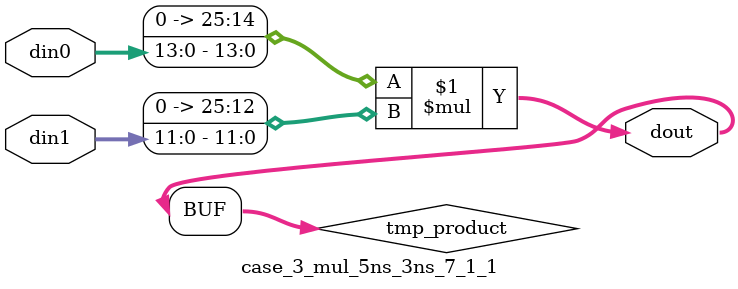
<source format=v>

`timescale 1 ns / 1 ps

 (* use_dsp = "no" *)  module case_3_mul_5ns_3ns_7_1_1(din0, din1, dout);
parameter ID = 1;
parameter NUM_STAGE = 0;
parameter din0_WIDTH = 14;
parameter din1_WIDTH = 12;
parameter dout_WIDTH = 26;

input [din0_WIDTH - 1 : 0] din0; 
input [din1_WIDTH - 1 : 0] din1; 
output [dout_WIDTH - 1 : 0] dout;

wire signed [dout_WIDTH - 1 : 0] tmp_product;
























assign tmp_product = $signed({1'b0, din0}) * $signed({1'b0, din1});











assign dout = tmp_product;





















endmodule

</source>
